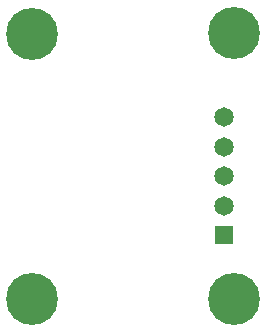
<source format=gbs>
G04 #@! TF.GenerationSoftware,KiCad,Pcbnew,8.0.8*
G04 #@! TF.CreationDate,2025-04-14T11:12:42+01:00*
G04 #@! TF.ProjectId,Bat-mon_v1-Sensor Shield,4261742d-6d6f-46e5-9f76-312d53656e73,rev?*
G04 #@! TF.SameCoordinates,Original*
G04 #@! TF.FileFunction,Soldermask,Bot*
G04 #@! TF.FilePolarity,Negative*
%FSLAX46Y46*%
G04 Gerber Fmt 4.6, Leading zero omitted, Abs format (unit mm)*
G04 Created by KiCad (PCBNEW 8.0.8) date 2025-04-14 11:12:42*
%MOMM*%
%LPD*%
G01*
G04 APERTURE LIST*
%ADD10C,0.700000*%
%ADD11C,4.400000*%
%ADD12R,1.650000X1.650000*%
%ADD13C,1.650000*%
G04 APERTURE END LIST*
D10*
X74450000Y-68000000D03*
X74933274Y-66833274D03*
X74933274Y-69166726D03*
X76100000Y-66350000D03*
D11*
X76100000Y-68000000D03*
D10*
X76100000Y-69650000D03*
X77266726Y-66833274D03*
X77266726Y-69166726D03*
X77750000Y-68000000D03*
X91500000Y-68000000D03*
X91983274Y-66833274D03*
X91983274Y-69166726D03*
X93150000Y-66350000D03*
D11*
X93150000Y-68000000D03*
D10*
X93150000Y-69650000D03*
X94316726Y-66833274D03*
X94316726Y-69166726D03*
X94800000Y-68000000D03*
X74450000Y-45533274D03*
X74933274Y-44366548D03*
X74933274Y-46700000D03*
X76100000Y-43883274D03*
D11*
X76100000Y-45533274D03*
D10*
X76100000Y-47183274D03*
X77266726Y-44366548D03*
X77266726Y-46700000D03*
X77750000Y-45533274D03*
D12*
X92325000Y-62600000D03*
D13*
X92325000Y-60100000D03*
X92325000Y-57600000D03*
X92325000Y-55100000D03*
X92325000Y-52600000D03*
D10*
X91483274Y-45500000D03*
X91966548Y-44333274D03*
X91966548Y-46666726D03*
X93133274Y-43850000D03*
D11*
X93133274Y-45500000D03*
D10*
X93133274Y-47150000D03*
X94300000Y-44333274D03*
X94300000Y-46666726D03*
X94783274Y-45500000D03*
M02*

</source>
